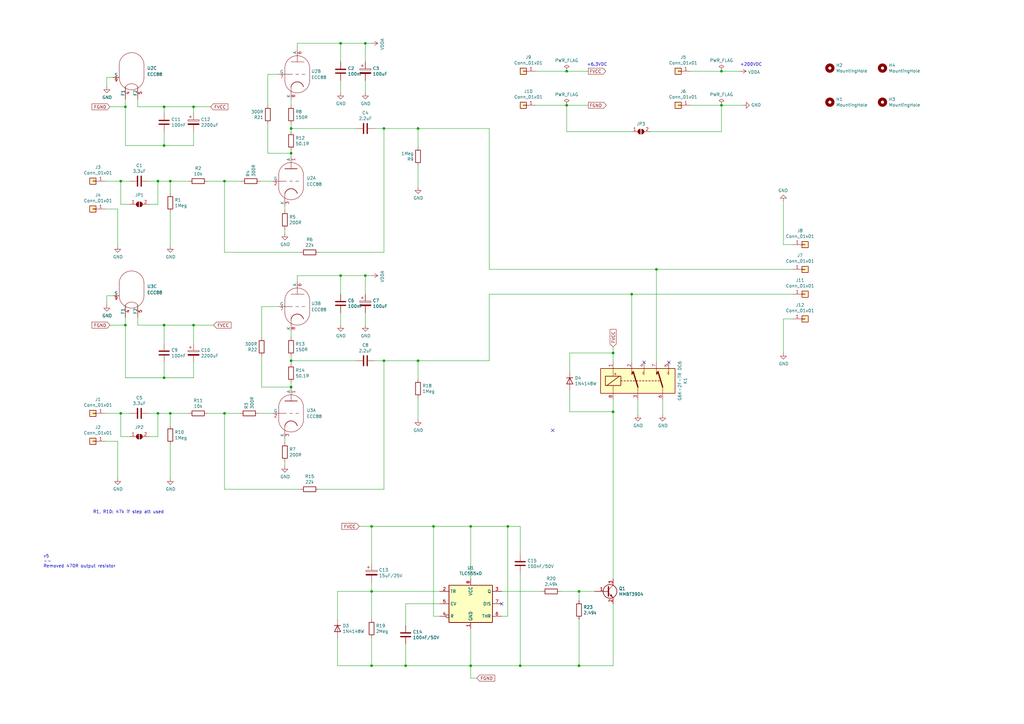
<source format=kicad_sch>
(kicad_sch (version 20230121) (generator eeschema)
  (paper "A3")
  (title_block (title "SRPP+ Pre-Amp ECC88/E88CC") (date "2023-09-24") (rev "V5"))
  (lib_symbols
    (symbol "Connector_Generic:Conn_01x01" (pin_names (offset 1.016) hide)
      (property "Reference" "J" (at 0 2.54 0))
      (property "Value" "Conn_01x01" (at 0 -2.54 0))
      (symbol "Conn_01x01_1_1"
        (rectangle (start -1.27 0.127) (end 0 -0.127) (stroke (width 0.1524)))
        (rectangle (start -1.27 1.27) (end 1.27 -1.27) (stroke (width 0.254)) (fill (type background)))
        (pin passive line (at -5.08 0 0) (length 3.81) (name "Pin_1") (number "1"))
      )
    )
    (symbol "Device:C" (pin_numbers hide) (pin_names (offset 0.254))
      (property "Reference" "C" (at 0.635 2.54 0))
      (property "Value" "C" (at 0.635 -2.54 0))
      (symbol "C_0_1"
        (polyline (pts (xy -2.032 -0.762) (xy 2.032 -0.762)) (stroke (width 0.508)))
        (polyline (pts (xy -2.032 0.762) (xy 2.032 0.762)) (stroke (width 0.508)))
      )
      (symbol "C_1_1"
        (pin passive line (at 0 3.81 270) (length 2.794) (name "~") (number "1"))
        (pin passive line (at 0 -3.81 90) (length 2.794) (name "~") (number "2"))
      )
    )
    (symbol "Device:C_Polarized" (pin_numbers hide) (pin_names (offset 0.254))
      (property "Reference" "C" (at 0.635 2.54 0))
      (property "Value" "C_Polarized" (at 0.635 -2.54 0))
      (symbol "C_Polarized_0_1"
        (rectangle (start -2.286 0.508) (end 2.286 1.016))
        (polyline (pts (xy -1.778 2.286) (xy -0.762 2.286)))
        (polyline (pts (xy -1.27 2.794) (xy -1.27 1.778)))
        (rectangle (start 2.286 -0.508) (end -2.286 -1.016) (fill (type outline)))
      )
      (symbol "C_Polarized_1_1"
        (pin passive line (at 0 3.81 270) (length 2.794) (name "~") (number "1"))
        (pin passive line (at 0 -3.81 90) (length 2.794) (name "~") (number "2"))
      )
    )
    (symbol "Device:R" (pin_numbers hide) (pin_names (offset 0))
      (property "Reference" "R" (at 2.032 0 90))
      (property "Value" "R" (at 0 0 90))
      (symbol "R_0_1"
        (rectangle (start -1.016 -2.54) (end 1.016 2.54) (stroke (width 0.254)))
      )
      (symbol "R_1_1"
        (pin passive line (at 0 3.81 270) (length 1.27) (name "~") (number "1"))
        (pin passive line (at 0 -3.81 90) (length 1.27) (name "~") (number "2"))
      )
    )
    (symbol "Diode:1N4148W" (pin_numbers hide) (pin_names (offset 1.016) hide)
      (property "Reference" "D" (at 0 2.54 0))
      (property "Value" "1N4148W" (at 0 -2.54 0))
      (symbol "1N4148W_0_1"
        (polyline (pts (xy -1.27 1.27) (xy -1.27 -1.27)) (stroke (width 0.254)))
        (polyline (pts (xy 1.27 0) (xy -1.27 0)))
        (polyline (pts (xy 1.27 1.27) (xy 1.27 -1.27) (xy -1.27 0) (xy 1.27 1.27)) (stroke (width 0.254)))
      )
      (symbol "1N4148W_1_1"
        (pin passive line (at -3.81 0 0) (length 2.54) (name "K") (number "1"))
        (pin passive line (at 3.81 0 180) (length 2.54) (name "A") (number "2"))
      )
    )
    (symbol "Jumper:SolderJumper_2_Open" (pin_names (offset 0) hide)
      (property "Reference" "JP" (at 0 2.032 0))
      (property "Value" "SolderJumper_2_Open" (at 0 -2.54 0))
      (symbol "SolderJumper_2_Open_0_1"
        (arc (start -0.254 1.016) (mid -1.2656 0) (end -0.254 -1.016))
        (arc (start -0.254 1.016) (mid -1.2656 0) (end -0.254 -1.016) (fill (type outline)))
        (polyline (pts (xy -0.254 1.016) (xy -0.254 -1.016)))
        (polyline (pts (xy 0.254 1.016) (xy 0.254 -1.016)))
        (arc (start 0.254 -1.016) (mid 1.2656 0) (end 0.254 1.016))
        (arc (start 0.254 -1.016) (mid 1.2656 0) (end 0.254 1.016) (fill (type outline)))
      )
      (symbol "SolderJumper_2_Open_1_1"
        (pin passive line (at -3.81 0 0) (length 2.54) (name "A") (number "1"))
        (pin passive line (at 3.81 0 180) (length 2.54) (name "B") (number "2"))
      )
    )
    (symbol "Mechanical:MountingHole" (pin_names (offset 1.016))
      (property "Reference" "H" (at 0 5.08 0))
      (property "Value" "MountingHole" (at 0 3.175 0))
      (symbol "MountingHole_0_1"
        (circle (center 0 0) (radius 1.27) (stroke (width 1.27)))
      )
    )
    (symbol "Relay:G6K-2"
      (property "Reference" "K" (at 16.51 3.81 0))
      (property "Value" "G6K-2" (at 16.51 1.27 0))
      (symbol "G6K-2_0_0"
        (text "+" (at -9.271 2.921 0) (effects (font (size 1.27 1.27))))
      )
      (symbol "G6K-2_0_1"
        (rectangle (start -15.24 5.08) (end 15.24 -5.08) (stroke (width 0.254)) (fill (type background)))
        (rectangle (start -13.335 1.905) (end -6.985 -1.905) (stroke (width 0.254)))
        (polyline (pts (xy -12.7 -1.905) (xy -7.62 1.905)) (stroke (width 0.254)))
        (polyline (pts (xy -10.16 -5.08) (xy -10.16 -1.905)))
        (polyline (pts (xy -10.16 5.08) (xy -10.16 1.905)))
        (polyline (pts (xy -6.985 0) (xy -6.35 0)) (stroke (width 0.254)))
        (polyline (pts (xy -5.715 0) (xy -5.08 0)) (stroke (width 0.254)))
        (polyline (pts (xy -4.445 0) (xy -3.81 0)) (stroke (width 0.254)))
        (polyline (pts (xy -3.175 0) (xy -2.54 0)) (stroke (width 0.254)))
        (polyline (pts (xy -1.905 0) (xy -1.27 0)) (stroke (width 0.254)))
        (polyline (pts (xy -0.635 0) (xy 0 0)) (stroke (width 0.254)))
        (polyline (pts (xy 0 -2.54) (xy -1.905 3.81)) (stroke (width 0.508)))
        (polyline (pts (xy 0 -2.54) (xy 0 -5.08)))
        (polyline (pts (xy 0.635 0) (xy 1.27 0)) (stroke (width 0.254)))
        (polyline (pts (xy 1.905 0) (xy 2.54 0)) (stroke (width 0.254)))
        (polyline (pts (xy 3.175 0) (xy 3.81 0)) (stroke (width 0.254)))
        (polyline (pts (xy 4.445 0) (xy 5.08 0)) (stroke (width 0.254)))
        (polyline (pts (xy 5.715 0) (xy 6.35 0)) (stroke (width 0.254)))
        (polyline (pts (xy 6.985 0) (xy 7.62 0)) (stroke (width 0.254)))
        (polyline (pts (xy 8.255 0) (xy 8.89 0)) (stroke (width 0.254)))
        (polyline (pts (xy 10.16 -2.54) (xy 8.255 3.81)) (stroke (width 0.508)))
        (polyline (pts (xy 10.16 -2.54) (xy 10.16 -5.08)))
        (polyline (pts (xy -2.54 5.08) (xy -2.54 2.54) (xy -1.905 3.175) (xy -2.54 3.81)) (fill (type outline)))
        (polyline (pts (xy 2.54 5.08) (xy 2.54 2.54) (xy 1.905 3.175) (xy 2.54 3.81)))
        (polyline (pts (xy 7.62 5.08) (xy 7.62 2.54) (xy 8.255 3.175) (xy 7.62 3.81)) (fill (type outline)))
        (polyline (pts (xy 12.7 5.08) (xy 12.7 2.54) (xy 12.065 3.175) (xy 12.7 3.81)))
      )
      (symbol "G6K-2_1_1"
        (pin passive line (at -10.16 7.62 270) (length 2.54) (name "~") (number "1"))
        (pin passive line (at -2.54 7.62 270) (length 2.54) (name "~") (number "2"))
        (pin passive line (at 0 -7.62 90) (length 2.54) (name "~") (number "3"))
        (pin passive line (at 2.54 7.62 270) (length 2.54) (name "~") (number "4"))
        (pin passive line (at 12.7 7.62 270) (length 2.54) (name "~") (number "5"))
        (pin passive line (at 10.16 -7.62 90) (length 2.54) (name "~") (number "6"))
        (pin passive line (at 7.62 7.62 270) (length 2.54) (name "~") (number "7"))
        (pin passive line (at -10.16 -7.62 90) (length 2.54) (name "~") (number "8"))
      )
    )
    (symbol "Timer:TLC555xD"
      (property "Reference" "U" (at -10.16 8.89 0))
      (property "Value" "TLC555xD" (at 2.54 8.89 0))
      (symbol "TLC555xD_0_0"
        (pin power_in line (at 0 -10.16 90) (length 2.54) (name "GND") (number "1"))
        (pin power_in line (at 0 10.16 270) (length 2.54) (name "VCC") (number "8"))
      )
      (symbol "TLC555xD_0_1"
        (rectangle (start -8.89 -7.62) (end 8.89 7.62) (stroke (width 0.254)) (fill (type background)))
        (rectangle (start -8.89 -7.62) (end 8.89 7.62) (stroke (width 0.254)) (fill (type background)))
      )
      (symbol "TLC555xD_1_1"
        (pin input line (at -12.7 5.08 0) (length 3.81) (name "TR") (number "2"))
        (pin output line (at 12.7 5.08 180) (length 3.81) (name "Q") (number "3"))
        (pin input inverted (at -12.7 -5.08 0) (length 3.81) (name "R") (number "4"))
        (pin input line (at -12.7 0 0) (length 3.81) (name "CV") (number "5"))
        (pin input line (at 12.7 -5.08 180) (length 3.81) (name "THR") (number "6"))
        (pin input line (at 12.7 0 180) (length 3.81) (name "DIS") (number "7"))
      )
    )
    (symbol "Transistor_BJT:MMBT3904" (pin_names (offset 0) hide)
      (property "Reference" "Q" (at 5.08 1.905 0))
      (property "Value" "MMBT3904" (at 5.08 0 0))
      (symbol "MMBT3904_0_1"
        (polyline (pts (xy 0.635 0.635) (xy 2.54 2.54)))
        (polyline (pts (xy 0.635 -0.635) (xy 2.54 -2.54) (xy 2.54 -2.54)))
        (polyline (pts (xy 0.635 1.905) (xy 0.635 -1.905) (xy 0.635 -1.905)) (stroke (width 0.508)))
        (polyline (pts (xy 1.27 -1.778) (xy 1.778 -1.27) (xy 2.286 -2.286) (xy 1.27 -1.778) (xy 1.27 -1.778)) (fill (type outline)))
        (circle (center 1.27 0) (radius 2.8194) (stroke (width 0.254)))
      )
      (symbol "MMBT3904_1_1"
        (pin input line (at -5.08 0 0) (length 5.715) (name "B") (number "1"))
        (pin passive line (at 2.54 -5.08 90) (length 2.54) (name "E") (number "2"))
        (pin passive line (at 2.54 5.08 270) (length 2.54) (name "C") (number "3"))
      )
    )
    (symbol "kicad-snk:ECC88-Shield" (pin_names (offset 0))
      (property "Reference" "U" (at 4.318 7.112 0))
      (property "Value" "ECC88-Shield" (at 5.08 -7.62 0))
      (symbol "ECC88-Shield_0_1"
        (arc (start -5.08 -2.54) (mid 0 -7.5979) (end 5.08 -2.54))
        (polyline (pts (xy -5.08 0) (xy -5.08 -2.54)))
        (polyline (pts (xy -5.08 2.54) (xy -5.08 0)))
        (polyline (pts (xy 5.08 2.54) (xy 5.08 -2.54)))
        (arc (start 5.08 2.54) (mid 0 7.5979) (end -5.08 2.54))
      )
      (symbol "ECC88-Shield_1_0"
        (polyline (pts (xy -2.54 -5.08) (xy -2.54 -7.62)))
        (polyline (pts (xy 0 5.08) (xy 0 7.62)))
      )
      (symbol "ECC88-Shield_1_1"
        (polyline (pts (xy -5.08 0) (xy -3.175 0)))
        (polyline (pts (xy -1.905 0) (xy -3.175 0)) (stroke (width 0.1524)))
        (polyline (pts (xy -0.635 0) (xy 0.635 0)) (stroke (width 0.1524)))
        (polyline (pts (xy 1.905 0) (xy 3.175 0)) (stroke (width 0.1524)))
        (polyline (pts (xy -2.54 5.08) (xy 2.54 5.08) (xy 2.54 5.08)) (stroke (width 0.254)))
        (arc (start 2.54 -5.08) (mid 0 -3.0968) (end -2.54 -5.08) (stroke (width 0.254)))
        (pin output line (at 0 10.16 270) (length 2.54) (name "A") (number "1"))
        (pin input line (at -7.62 0 0) (length 2.54) (name "G") (number "2"))
        (pin bidirectional line (at -2.54 -10.16 90) (length 2.54) (name "K") (number "3"))
      )
      (symbol "ECC88-Shield_2_0"
        (polyline (pts (xy -5.08 0) (xy -3.175 0)))
        (polyline (pts (xy -2.54 -5.08) (xy -2.54 -7.62)))
        (polyline (pts (xy -1.905 0) (xy -3.175 0)) (stroke (width 0.1524)))
        (polyline (pts (xy -0.635 0) (xy 0.635 0)) (stroke (width 0.1524)))
        (polyline (pts (xy 0 5.08) (xy 0 7.62)))
        (polyline (pts (xy 1.905 0) (xy 3.175 0)) (stroke (width 0.1524)))
        (polyline (pts (xy 2.794 5.08) (xy -2.54 5.08) (xy -2.54 5.08)) (stroke (width 0.1524)))
      )
      (symbol "ECC88-Shield_2_1"
        (arc (start 2.54 -5.08) (mid 0 -3.0968) (end -2.54 -5.08) (stroke (width 0.254)))
        (pin output line (at 0 10.16 270) (length 2.54) (name "A") (number "6"))
        (pin input line (at -7.62 0 0) (length 2.54) (name "G") (number "7"))
        (pin bidirectional line (at -2.54 -10.16 90) (length 2.54) (name "K") (number "8"))
      )
      (symbol "ECC88-Shield_3_1"
        (arc (start 2.54 -6.35) (mid 0 -5.1292) (end -2.54 -6.35))
        (pin power_in line (at -2.54 -11.43 90) (length 5.08) (name "F1") (number "4"))
        (pin power_in line (at 2.54 -11.43 90) (length 5.08) (name "F2") (number "5"))
        (pin passive line (at -7.62 -2.54 0) (length 2.54) (name "S") (number "9"))
      )
    )
    (symbol "power:GND" (power) (pin_names (offset 0))
      (property "Value" "GND" (at 0 -3.81 0))
      (symbol "GND_0_1"
        (polyline (pts (xy 0 0) (xy 0 -1.27) (xy 1.27 -1.27) (xy 0 -2.54) (xy -1.27 -1.27) (xy 0 -1.27)))
      )
      (symbol "GND_1_1"
        (pin power_in line (at 0 0 270) (length 0) hide (name "GND") (number "1"))
      )
    )
    (symbol "power:PWR_FLAG" (power) (pin_numbers hide) (pin_names (offset 0) hide)
      (property "Value" "PWR_FLAG" (at 0 3.81 0))
      (symbol "PWR_FLAG_0_0"
        (pin power_out line (at 0 0 90) (length 0) (name "pwr") (number "1"))
      )
      (symbol "PWR_FLAG_0_1"
        (polyline (pts (xy 0 0) (xy 0 1.27) (xy -1.016 1.905) (xy 0 2.54) (xy 1.016 1.905) (xy 0 1.27)))
      )
    )
    (symbol "power:VDDA" (power) (pin_names (offset 0))
      (property "Value" "VDDA" (at 0 3.81 0))
      (symbol "VDDA_0_1"
        (polyline (pts (xy -0.762 1.27) (xy 0 2.54)))
        (polyline (pts (xy 0 0) (xy 0 2.54)))
        (polyline (pts (xy 0 2.54) (xy 0.762 1.27)))
      )
      (symbol "VDDA_1_1"
        (pin power_in line (at 0 0 90) (length 0) hide (name "VDDA") (number "1"))
      )
    )
  )
  (junction (at 193.04 215.9))
  (junction (at 67.31 154.94))
  (junction (at 237.49 273.05))
  (junction (at 79.375 43.815))
  (junction (at 119.38 147.955))
  (junction (at 64.77 74.295))
  (junction (at 152.4 273.05))
  (junction (at 51.435 43.815))
  (junction (at 251.46 144.78))
  (junction (at 295.91 43.18))
  (junction (at 251.46 168.91))
  (junction (at 69.85 74.295))
  (junction (at 193.04 273.05))
  (junction (at 177.8 215.9))
  (junction (at 152.4 242.57))
  (junction (at 67.31 133.35))
  (junction (at 67.31 43.815))
  (junction (at 139.7 17.78))
  (junction (at 232.41 43.18))
  (junction (at 295.91 29.21))
  (junction (at 67.31 59.69))
  (junction (at 79.375 133.35))
  (junction (at 152.4 215.9))
  (junction (at 171.45 147.955))
  (junction (at 157.48 52.705))
  (junction (at 49.53 74.295))
  (junction (at 269.24 110.49))
  (junction (at 92.075 169.545))
  (junction (at 208.28 215.9))
  (junction (at 171.45 52.705))
  (junction (at 49.53 169.545))
  (junction (at 119.38 158.75))
  (junction (at 51.435 133.35))
  (junction (at 119.38 62.865))
  (junction (at 232.41 29.21))
  (junction (at 237.49 242.57))
  (junction (at 259.08 120.65))
  (junction (at 213.36 273.05))
  (junction (at 157.48 147.955))
  (junction (at 149.86 113.03))
  (junction (at 139.7 113.03))
  (junction (at 92.075 74.295))
  (junction (at 119.38 52.705))
  (junction (at 166.37 273.05))
  (junction (at 64.77 169.545))
  (junction (at 149.86 17.78))
  (junction (at 69.85 169.545))
  (no_connect (at 264.16 148.59))
  (no_connect (at 274.32 148.59))
  (no_connect (at 226.695 176.53))
  (no_connect (at 205.74 247.65))
  (wire (pts (xy 43.815 121.285) (xy 46.355 121.285)))
  (wire (pts (xy 232.41 53.975) (xy 232.41 43.18)))
  (wire (pts (xy 259.08 53.975) (xy 232.41 53.975)))
  (wire (pts (xy 157.48 52.705) (xy 153.67 52.705)))
  (wire (pts (xy 60.96 83.82) (xy 64.77 83.82)))
  (wire (pts (xy 49.53 169.545) (xy 53.34 169.545)))
  (wire (pts (xy 138.43 273.05) (xy 138.43 261.62)))
  (wire (pts (xy 208.28 252.73) (xy 208.28 215.9)))
  (wire (pts (xy 193.04 273.05) (xy 193.04 278.13)))
  (wire (pts (xy 92.075 169.545) (xy 98.425 169.545)))
  (wire (pts (xy 213.36 227.33) (xy 213.36 215.9)))
  (wire (pts (xy 233.68 152.4) (xy 233.68 144.78)))
  (wire (pts (xy 119.38 52.705) (xy 119.38 53.975)))
  (wire (pts (xy 85.09 169.545) (xy 92.075 169.545)))
  (wire (pts (xy 149.86 113.03) (xy 149.86 120.65)))
  (wire (pts (xy 213.36 273.05) (xy 193.04 273.05)))
  (wire (pts (xy 321.31 144.78) (xy 321.31 130.81)))
  (wire (pts (xy 106.68 74.295) (xy 111.76 74.295)))
  (wire (pts (xy 64.77 74.295) (xy 60.96 74.295)))
  (wire (pts (xy 139.7 17.78) (xy 149.86 17.78)))
  (wire (pts (xy 79.375 53.975) (xy 79.375 59.69)))
  (wire (pts (xy 213.36 234.95) (xy 213.36 273.05)))
  (wire (pts (xy 153.67 147.955) (xy 157.48 147.955)))
  (wire (pts (xy 119.38 62.865) (xy 119.38 64.135)))
  (wire (pts (xy 321.31 100.33) (xy 321.31 82.55)))
  (wire (pts (xy 321.31 130.81) (xy 325.12 130.81)))
  (wire (pts (xy 67.31 154.94) (xy 67.31 148.59)))
  (wire (pts (xy 139.7 38.1) (xy 139.7 33.02)))
  (wire (pts (xy 43.815 35.56) (xy 43.815 31.75)))
  (wire (pts (xy 109.855 30.48) (xy 114.3 30.48)))
  (wire (pts (xy 180.34 247.65) (xy 166.37 247.65)))
  (wire (pts (xy 237.49 273.05) (xy 213.36 273.05)))
  (wire (pts (xy 67.31 53.975) (xy 67.31 59.69)))
  (wire (pts (xy 69.85 169.545) (xy 64.77 169.545)))
  (wire (pts (xy 53.34 179.07) (xy 49.53 179.07)))
  (wire (pts (xy 157.48 147.955) (xy 157.48 200.66)))
  (wire (pts (xy 85.09 74.295) (xy 92.075 74.295)))
  (wire (pts (xy 51.435 154.94) (xy 67.31 154.94)))
  (wire (pts (xy 237.49 242.57) (xy 229.87 242.57)))
  (wire (pts (xy 116.84 189.23) (xy 116.84 191.135)))
  (wire (pts (xy 200.66 110.49) (xy 200.66 52.705)))
  (wire (pts (xy 92.075 74.295) (xy 99.06 74.295)))
  (wire (pts (xy 67.31 43.815) (xy 79.375 43.815)))
  (wire (pts (xy 219.71 43.18) (xy 232.41 43.18)))
  (wire (pts (xy 139.7 113.03) (xy 149.86 113.03)))
  (wire (pts (xy 266.7 53.975) (xy 295.91 53.975)))
  (wire (pts (xy 77.47 74.295) (xy 69.85 74.295)))
  (wire (pts (xy 139.7 120.65) (xy 139.7 113.03)))
  (wire (pts (xy 171.45 60.325) (xy 171.45 52.705)))
  (wire (pts (xy 149.86 133.35) (xy 149.86 128.27)))
  (wire (pts (xy 107.315 146.05) (xy 107.315 158.75)))
  (wire (pts (xy 51.435 43.815) (xy 51.435 59.69)))
  (wire (pts (xy 119.38 147.955) (xy 119.38 149.225)))
  (wire (pts (xy 121.92 115.57) (xy 121.92 113.03)))
  (wire (pts (xy 295.91 29.21) (xy 283.21 29.21)))
  (wire (pts (xy 195.58 278.13) (xy 193.04 278.13)))
  (wire (pts (xy 152.4 242.57) (xy 152.4 254)))
  (wire (pts (xy 177.8 252.73) (xy 177.8 215.9)))
  (wire (pts (xy 119.38 147.955) (xy 146.05 147.955)))
  (wire (pts (xy 193.04 257.81) (xy 193.04 273.05)))
  (wire (pts (xy 130.81 103.505) (xy 157.48 103.505)))
  (wire (pts (xy 64.77 179.07) (xy 64.77 169.545)))
  (wire (pts (xy 69.85 174.625) (xy 69.85 169.545)))
  (wire (pts (xy 303.53 29.21) (xy 295.91 29.21)))
  (wire (pts (xy 251.46 163.83) (xy 251.46 168.91)))
  (wire (pts (xy 251.46 144.78) (xy 251.46 142.24)))
  (wire (pts (xy 157.48 52.705) (xy 171.45 52.705)))
  (wire (pts (xy 79.375 140.97) (xy 79.375 133.35)))
  (wire (pts (xy 56.515 133.35) (xy 67.31 133.35)))
  (wire (pts (xy 243.84 242.57) (xy 237.49 242.57)))
  (wire (pts (xy 67.31 43.815) (xy 67.31 46.355)))
  (wire (pts (xy 119.105 147.955) (xy 119.38 147.955)))
  (wire (pts (xy 51.435 154.94) (xy 51.435 133.35)))
  (wire (pts (xy 51.435 133.35) (xy 51.435 130.175)))
  (wire (pts (xy 205.74 242.57) (xy 222.25 242.57)))
  (wire (pts (xy 45.085 133.35) (xy 51.435 133.35)))
  (wire (pts (xy 251.46 247.65) (xy 251.46 273.05)))
  (wire (pts (xy 233.68 168.91) (xy 251.46 168.91)))
  (wire (pts (xy 48.26 85.725) (xy 43.18 85.725)))
  (wire (pts (xy 200.66 120.65) (xy 259.08 120.65)))
  (wire (pts (xy 67.31 154.94) (xy 79.375 154.94)))
  (wire (pts (xy 138.43 242.57) (xy 138.43 254)))
  (wire (pts (xy 43.815 31.75) (xy 46.355 31.75)))
  (wire (pts (xy 149.86 113.03) (xy 152.4 113.03)))
  (wire (pts (xy 56.515 43.815) (xy 56.515 40.64)))
  (wire (pts (xy 49.53 83.82) (xy 49.53 74.295)))
  (wire (pts (xy 157.48 200.66) (xy 130.81 200.66)))
  (wire (pts (xy 119.38 40.64) (xy 119.38 43.18)))
  (wire (pts (xy 123.19 200.66) (xy 92.075 200.66)))
  (wire (pts (xy 149.86 17.78) (xy 152.4 17.78)))
  (wire (pts (xy 269.24 148.59) (xy 269.24 110.49)))
  (wire (pts (xy 106.045 169.545) (xy 111.76 169.545)))
  (wire (pts (xy 152.4 273.05) (xy 138.43 273.05)))
  (wire (pts (xy 171.45 67.945) (xy 171.45 76.835)))
  (wire (pts (xy 259.08 148.59) (xy 259.08 120.65)))
  (wire (pts (xy 213.36 215.9) (xy 208.28 215.9)))
  (wire (pts (xy 60.96 179.07) (xy 64.77 179.07)))
  (wire (pts (xy 237.49 246.38) (xy 237.49 242.57)))
  (wire (pts (xy 149.86 38.1) (xy 149.86 33.02)))
  (wire (pts (xy 114.3 125.73) (xy 107.315 125.73)))
  (wire (pts (xy 69.85 79.375) (xy 69.85 74.295)))
  (wire (pts (xy 69.85 100.965) (xy 69.85 86.995)))
  (wire (pts (xy 43.18 169.545) (xy 49.53 169.545)))
  (wire (pts (xy 121.92 113.03) (xy 139.7 113.03)))
  (wire (pts (xy 193.04 273.05) (xy 166.37 273.05)))
  (wire (pts (xy 107.315 158.75) (xy 119.38 158.75)))
  (wire (pts (xy 79.375 59.69) (xy 67.31 59.69)))
  (wire (pts (xy 283.21 43.18) (xy 295.91 43.18)))
  (wire (pts (xy 157.48 147.955) (xy 171.45 147.955)))
  (wire (pts (xy 116.84 84.455) (xy 116.84 86.36)))
  (wire (pts (xy 251.46 148.59) (xy 251.46 144.78)))
  (wire (pts (xy 171.45 155.575) (xy 171.45 147.955)))
  (wire (pts (xy 166.37 273.05) (xy 166.37 264.16)))
  (wire (pts (xy 116.84 93.98) (xy 116.84 95.885)))
  (wire (pts (xy 109.855 50.8) (xy 109.855 62.865)))
  (wire (pts (xy 232.41 29.21) (xy 241.3 29.21)))
  (wire (pts (xy 200.66 52.705) (xy 171.45 52.705)))
  (wire (pts (xy 109.855 62.865) (xy 119.38 62.865)))
  (wire (pts (xy 152.4 242.57) (xy 152.4 238.76)))
  (wire (pts (xy 121.92 20.32) (xy 121.92 17.78)))
  (wire (pts (xy 119.38 52.705) (xy 146.05 52.705)))
  (wire (pts (xy 43.18 74.295) (xy 49.53 74.295)))
  (wire (pts (xy 107.315 125.73) (xy 107.315 138.43)))
  (wire (pts (xy 295.91 43.18) (xy 304.8 43.18)))
  (wire (pts (xy 233.68 160.02) (xy 233.68 168.91)))
  (wire (pts (xy 139.7 25.4) (xy 139.7 17.78)))
  (wire (pts (xy 119.38 156.845) (xy 119.38 158.75)))
  (wire (pts (xy 69.85 196.215) (xy 69.85 182.245)))
  (wire (pts (xy 269.24 110.49) (xy 325.12 110.49)))
  (wire (pts (xy 259.08 120.65) (xy 325.12 120.65)))
  (wire (pts (xy 64.77 83.82) (xy 64.77 74.295)))
  (wire (pts (xy 48.26 100.965) (xy 48.26 85.725)))
  (wire (pts (xy 119.38 146.05) (xy 119.38 147.955)))
  (wire (pts (xy 157.48 52.705) (xy 157.48 103.505)))
  (wire (pts (xy 51.435 59.69) (xy 67.31 59.69)))
  (wire (pts (xy 56.515 43.815) (xy 67.31 43.815)))
  (wire (pts (xy 200.66 120.65) (xy 200.66 147.955)))
  (wire (pts (xy 49.53 74.295) (xy 53.34 74.295)))
  (wire (pts (xy 193.04 215.9) (xy 177.8 215.9)))
  (wire (pts (xy 152.4 231.14) (xy 152.4 215.9)))
  (wire (pts (xy 79.375 43.815) (xy 86.36 43.815)))
  (wire (pts (xy 251.46 168.91) (xy 251.46 237.49)))
  (wire (pts (xy 208.28 215.9) (xy 193.04 215.9)))
  (wire (pts (xy 180.34 242.57) (xy 152.4 242.57)))
  (wire (pts (xy 119.38 135.89) (xy 119.38 138.43)))
  (wire (pts (xy 48.26 180.975) (xy 43.18 180.975)))
  (wire (pts (xy 261.62 170.18) (xy 261.62 163.83)))
  (wire (pts (xy 232.41 29.21) (xy 219.71 29.21)))
  (wire (pts (xy 92.075 200.66) (xy 92.075 169.545)))
  (wire (pts (xy 67.31 133.35) (xy 79.375 133.35)))
  (wire (pts (xy 271.78 170.18) (xy 271.78 163.83)))
  (wire (pts (xy 166.37 273.05) (xy 152.4 273.05)))
  (wire (pts (xy 232.41 43.18) (xy 241.3 43.18)))
  (wire (pts (xy 233.68 144.78) (xy 251.46 144.78)))
  (wire (pts (xy 147.32 215.9) (xy 152.4 215.9)))
  (wire (pts (xy 51.435 43.815) (xy 51.435 40.64)))
  (wire (pts (xy 109.855 43.18) (xy 109.855 30.48)))
  (wire (pts (xy 92.075 103.505) (xy 92.075 74.295)))
  (wire (pts (xy 53.34 83.82) (xy 49.53 83.82)))
  (wire (pts (xy 149.86 17.78) (xy 149.86 25.4)))
  (wire (pts (xy 79.375 154.94) (xy 79.375 148.59)))
  (wire (pts (xy 251.46 273.05) (xy 237.49 273.05)))
  (wire (pts (xy 152.4 273.05) (xy 152.4 261.62)))
  (wire (pts (xy 79.375 133.35) (xy 87.63 133.35)))
  (wire (pts (xy 79.375 43.815) (xy 79.375 46.355)))
  (wire (pts (xy 152.4 215.9) (xy 177.8 215.9)))
  (wire (pts (xy 77.47 169.545) (xy 69.85 169.545)))
  (wire (pts (xy 295.91 53.975) (xy 295.91 43.18)))
  (wire (pts (xy 119.38 61.595) (xy 119.38 62.865)))
  (wire (pts (xy 48.26 196.215) (xy 48.26 180.975)))
  (wire (pts (xy 200.66 147.955) (xy 171.45 147.955)))
  (wire (pts (xy 171.45 172.085) (xy 171.45 163.195)))
  (wire (pts (xy 200.66 110.49) (xy 269.24 110.49)))
  (wire (pts (xy 152.4 242.57) (xy 138.43 242.57)))
  (wire (pts (xy 123.19 103.505) (xy 92.075 103.505)))
  (wire (pts (xy 64.77 169.545) (xy 60.96 169.545)))
  (wire (pts (xy 49.53 179.07) (xy 49.53 169.545)))
  (wire (pts (xy 45.085 43.815) (xy 51.435 43.815)))
  (wire (pts (xy 69.85 74.295) (xy 64.77 74.295)))
  (wire (pts (xy 205.74 252.73) (xy 208.28 252.73)))
  (wire (pts (xy 67.31 140.97) (xy 67.31 133.35)))
  (wire (pts (xy 119.38 50.8) (xy 119.38 52.705)))
  (wire (pts (xy 193.04 237.49) (xy 193.04 215.9)))
  (wire (pts (xy 119.38 158.75) (xy 119.38 159.385)))
  (wire (pts (xy 121.92 17.78) (xy 139.7 17.78)))
  (wire (pts (xy 43.815 125.095) (xy 43.815 121.285)))
  (wire (pts (xy 116.84 179.705) (xy 116.84 181.61)))
  (wire (pts (xy 325.12 100.33) (xy 321.31 100.33)))
  (wire (pts (xy 56.515 133.35) (xy 56.515 130.175)))
  (wire (pts (xy 180.34 252.73) (xy 177.8 252.73)))
  (wire (pts (xy 237.49 254) (xy 237.49 273.05)))
  (wire (pts (xy 139.7 133.35) (xy 139.7 128.27)))
  (wire (pts (xy 166.37 247.65) (xy 166.37 256.54)))
  (text "+6.3VDC" (at 240.665 27.305 0) (effects (font (size 1.27 1.27)) (justify left bottom)))
  (text "+200VDC" (at 303.53 27.305 0) (effects (font (size 1.27 1.27)) (justify left bottom)))
  (text "v5\n--\nRemoved 470R output resistor" (at 17.78 233.045 0) (effects (font (size 1.27 1.27)) (justify left bottom)))
  (text "R1, R10: 47k if step att used" (at 38.1 210.82 0) (effects (font (size 1.27 1.27)) (justify left bottom)))
  (global_label "FGND" (shape output) (at 241.3 43.18 0) (property "Intersheetrefs" "${INTERSHEET_REFS}" (effects hide)))
  (global_label "FVCC" (shape output) (at 241.3 29.21 0) (property "Intersheetrefs" "${INTERSHEET_REFS}" (effects hide)))
  (global_label "FVCC" (shape input) (at 147.32 215.9 180) (property "Intersheetrefs" "${INTERSHEET_REFS}" (effects hide)))
  (global_label "FGND" (shape input) (at 45.085 133.35 180) (property "Intersheetrefs" "${INTERSHEET_REFS}" (effects hide)))
  (global_label "FGND" (shape input) (at 195.58 278.13 0) (property "Intersheetrefs" "${INTERSHEET_REFS}" (effects hide)))
  (global_label "FGND" (shape input) (at 45.085 43.815 180) (property "Intersheetrefs" "${INTERSHEET_REFS}" (effects hide)))
  (global_label "FVCC" (shape input) (at 251.46 142.24 90) (property "Intersheetrefs" "${INTERSHEET_REFS}" (effects hide)))
  (global_label "FVCC" (shape input) (at 86.36 43.815 0) (property "Intersheetrefs" "${INTERSHEET_REFS}" (effects hide)))
  (global_label "FVCC" (shape input) (at 87.63 133.35 0) (property "Intersheetrefs" "${INTERSHEET_REFS}" (effects hide)))
  (symbol (lib_id "Device:R") (at 81.28 74.295 270) (unit 1)
    (property "Reference" "R2" (at 81.28 69.0372 90))
    (property "Value" "10k" (at 81.28 71.3486 90))
    (property "Footprint" "Resistor_SMD:R_MELF_MMB-0207" (effects hide))
  )
  (symbol (lib_id "Device:R") (at 69.85 83.185 0) (unit 1)
    (property "Reference" "R1" (at 71.628 82.0166 0) (effects (justify left)))
    (property "Value" "1Meg" (at 71.628 84.328 0) (effects (justify left)))
    (property "Footprint" "Resistor_SMD:R_MELF_MMB-0207" (effects hide))
  )
  (symbol (lib_id "Connector_Generic:Conn_01x01") (at 38.1 74.295 180) (unit 1)
    (property "Reference" "J3" (at 40.1828 68.58 0))
    (property "Value" "Conn_01x01" (at 40.1828 70.8914 0))
    (property "Footprint" "Connector_Pin:Pin_D1.0mm_L10.0mm" (effects hide))
  )
  (symbol (lib_id "Connector_Generic:Conn_01x01") (at 38.1 85.725 180) (unit 1)
    (property "Reference" "J4" (at 40.1828 80.01 0))
    (property "Value" "Conn_01x01" (at 40.1828 82.3214 0))
    (property "Footprint" "Connector_Pin:Pin_D1.0mm_L10.0mm" (effects hide))
  )
  (symbol (lib_id "Connector_Generic:Conn_01x01") (at 278.13 29.21 180) (unit 1)
    (property "Reference" "J5" (at 280.2128 23.495 0))
    (property "Value" "Conn_01x01" (at 280.2128 25.8064 0))
    (property "Footprint" "Connector_Pin:Pin_D1.3mm_L11.0mm" (effects hide))
  )
  (symbol (lib_id "Connector_Generic:Conn_01x01") (at 278.13 43.18 180) (unit 1)
    (property "Reference" "J6" (at 280.2128 37.465 0))
    (property "Value" "Conn_01x01" (at 280.2128 39.7764 0))
    (property "Footprint" "Connector_Pin:Pin_D1.3mm_L11.0mm" (effects hide))
  )
  (symbol (lib_id "Device:C") (at 57.15 74.295 270) (unit 1)
    (property "Reference" "C1" (at 57.15 67.8942 90))
    (property "Value" "3.3uF" (at 57.15 70.2056 90))
    (property "Footprint" "Capacitor_THT:C_Rect_L7.2mm_W7.2mm_P5.00mm_FKS2_FKP2_MKS2_MKP2" (effects hide))
  )
  (symbol (lib_id "Mechanical:MountingHole") (at 340.36 27.94 0) (unit 1)
    (property "Reference" "H2" (at 342.9 26.7716 0) (effects (justify left)))
    (property "Value" "MountingHole" (at 342.9 29.083 0) (effects (justify left)))
    (property "Footprint" "MountingHole:MountingHole_3.2mm_M3" (effects hide))
  )
  (symbol (lib_id "Mechanical:MountingHole") (at 361.95 27.94 0) (unit 1)
    (property "Reference" "H4" (at 364.49 26.7716 0) (effects (justify left)))
    (property "Value" "MountingHole" (at 364.49 29.083 0) (effects (justify left)))
    (property "Footprint" "MountingHole:MountingHole_3.2mm_M3" (effects hide))
  )
  (symbol (lib_id "Mechanical:MountingHole") (at 340.36 41.91 0) (unit 1)
    (property "Reference" "H1" (at 342.9 40.7416 0) (effects (justify left)))
    (property "Value" "MountingHole" (at 342.9 43.053 0) (effects (justify left)))
    (property "Footprint" "MountingHole:MountingHole_3.2mm_M3" (effects hide))
  )
  (symbol (lib_id "Mechanical:MountingHole") (at 361.95 41.91 0) (unit 1)
    (property "Reference" "H3" (at 364.49 40.7416 0) (effects (justify left)))
    (property "Value" "MountingHole" (at 364.49 43.053 0) (effects (justify left)))
    (property "Footprint" "MountingHole:MountingHole_3.2mm_M3" (effects hide))
  )
  (symbol (lib_id "power:PWR_FLAG") (at 295.91 29.21 0) (unit 1)
    (property "Reference" "#FLG04" (effects hide))
    (property "Value" "PWR_FLAG" (at 295.91 24.8158 0))
  )
  (symbol (lib_id "power:GND") (at 304.8 43.18 90) (unit 1)
    (property "Reference" "#PWR05" (effects hide))
    (property "Value" "GND" (at 308.0512 43.053 90) (effects (justify right)))
  )
  (symbol (lib_id "power:PWR_FLAG") (at 295.91 43.18 0) (unit 1)
    (property "Reference" "#FLG03" (effects hide))
    (property "Value" "PWR_FLAG" (at 295.91 38.7858 0))
  )
  (symbol (lib_id "power:VDDA") (at 303.53 29.21 270) (unit 1)
    (property "Reference" "#PWR07" (effects hide))
    (property "Value" "VDDA" (at 306.7812 29.591 90) (effects (justify left)))
  )
  (symbol (lib_id "Device:C_Polarized") (at 149.86 29.21 0) (unit 1)
    (property "Reference" "C3" (at 152.8572 28.0416 0) (effects (justify left)))
    (property "Value" "100uF" (at 152.8572 30.353 0) (effects (justify left)))
    (property "Footprint" "Capacitor_THT:CP_Radial_D18.0mm_P7.50mm" (effects hide))
  )
  (symbol (lib_id "Device:C") (at 139.7 29.21 0) (unit 1)
    (property "Reference" "C2" (at 142.621 28.0416 0) (effects (justify left)))
    (property "Value" "100nF" (at 142.621 30.353 0) (effects (justify left)))
    (property "Footprint" "Capacitor_THT:C_Rect_L16.5mm_W5.0mm_P15.00mm_MKT" (effects hide))
  )
  (symbol (lib_id "Device:R") (at 171.45 64.135 180) (unit 1)
    (property "Reference" "R9" (at 169.672 65.3034 0) (effects (justify left)))
    (property "Value" "1Meg" (at 169.672 62.992 0) (effects (justify left)))
    (property "Footprint" "Resistor_SMD:R_MELF_MMB-0207" (effects hide))
  )
  (symbol (lib_id "Device:C") (at 149.86 52.705 270) (unit 1)
    (property "Reference" "C4" (at 149.86 46.3042 90))
    (property "Value" "2.2uF" (at 149.86 48.6156 90))
    (property "Footprint" "Capacitor_THT:C_Rect_L31.5mm_W11.0mm_P27.50mm_MKS4" (effects hide))
  )
  (symbol (lib_id "Device:R") (at 127 103.505 270) (unit 1)
    (property "Reference" "R6" (at 127 98.2472 90))
    (property "Value" "22k" (at 127 100.5586 90))
    (property "Footprint" "Resistor_SMD:R_MELF_MMB-0207" (effects hide))
  )
  (symbol (lib_id "Connector_Generic:Conn_01x01") (at 330.2 110.49 0) (mirror x) (unit 1)
    (property "Reference" "J7" (at 328.1172 104.775 0))
    (property "Value" "Conn_01x01" (at 328.1172 107.0864 0))
    (property "Footprint" "Connector_Pin:Pin_D1.0mm_L10.0mm" (effects hide))
  )
  (symbol (lib_id "Connector_Generic:Conn_01x01") (at 330.2 100.33 0) (mirror x) (unit 1)
    (property "Reference" "J8" (at 328.1172 94.615 0))
    (property "Value" "Conn_01x01" (at 328.1172 96.9264 0))
    (property "Footprint" "Connector_Pin:Pin_D1.0mm_L10.0mm" (effects hide))
  )
  (symbol (lib_id "power:GND") (at 149.86 38.1 0) (unit 1)
    (property "Reference" "#PWR014" (effects hide))
    (property "Value" "GND" (at 149.987 42.4942 0))
  )
  (symbol (lib_id "power:GND") (at 139.7 38.1 0) (unit 1)
    (property "Reference" "#PWR011" (effects hide))
    (property "Value" "GND" (at 139.827 42.4942 0))
  )
  (symbol (lib_id "power:GND") (at 69.85 100.965 0) (unit 1)
    (property "Reference" "#PWR04" (effects hide))
    (property "Value" "GND" (at 69.977 105.3592 0))
  )
  (symbol (lib_id "power:GND") (at 48.26 100.965 0) (unit 1)
    (property "Reference" "#PWR03" (effects hide))
    (property "Value" "GND" (at 48.387 105.3592 0))
  )
  (symbol (lib_id "power:VDDA") (at 152.4 17.78 270) (unit 1)
    (property "Reference" "#PWR013" (effects hide))
    (property "Value" "VDDA" (at 156.7942 18.161 0))
  )
  (symbol (lib_id "Connector_Generic:Conn_01x01") (at 214.63 29.21 180) (unit 1)
    (property "Reference" "J9" (at 216.7128 23.495 0))
    (property "Value" "Conn_01x01" (at 216.7128 25.8064 0))
    (property "Footprint" "Connector_Pin:Pin_D1.3mm_L11.0mm" (effects hide))
  )
  (symbol (lib_id "Connector_Generic:Conn_01x01") (at 214.63 43.18 180) (unit 1)
    (property "Reference" "J10" (at 216.7128 37.465 0))
    (property "Value" "Conn_01x01" (at 216.7128 39.7764 0))
    (property "Footprint" "Connector_Pin:Pin_D1.3mm_L11.0mm" (effects hide))
  )
  (symbol (lib_id "power:PWR_FLAG") (at 232.41 29.21 0) (unit 1)
    (property "Reference" "#FLG01" (effects hide))
    (property "Value" "PWR_FLAG" (at 232.41 24.8158 0))
  )
  (symbol (lib_id "power:PWR_FLAG") (at 232.41 43.18 0) (unit 1)
    (property "Reference" "#FLG02" (effects hide))
    (property "Value" "PWR_FLAG" (at 232.41 38.7858 0))
  )
  (symbol (lib_id "Device:R") (at 81.28 169.545 270) (unit 1)
    (property "Reference" "R11" (at 81.28 164.2872 90))
    (property "Value" "10k" (at 81.28 166.5986 90))
    (property "Footprint" "Resistor_SMD:R_MELF_MMB-0207" (effects hide))
  )
  (symbol (lib_id "Device:R") (at 69.85 178.435 0) (unit 1)
    (property "Reference" "R10" (at 71.628 177.2666 0) (effects (justify left)))
    (property "Value" "1Meg" (at 71.628 179.578 0) (effects (justify left)))
    (property "Footprint" "Resistor_SMD:R_MELF_MMB-0207" (effects hide))
  )
  (symbol (lib_id "Connector_Generic:Conn_01x01") (at 38.1 169.545 180) (unit 1)
    (property "Reference" "J1" (at 40.1828 163.83 0))
    (property "Value" "Conn_01x01" (at 40.1828 166.1414 0))
    (property "Footprint" "Connector_Pin:Pin_D1.0mm_L10.0mm" (effects hide))
  )
  (symbol (lib_id "Connector_Generic:Conn_01x01") (at 38.1 180.975 180) (unit 1)
    (property "Reference" "J2" (at 40.1828 175.26 0))
    (property "Value" "Conn_01x01" (at 40.1828 177.5714 0))
    (property "Footprint" "Connector_Pin:Pin_D1.0mm_L10.0mm" (effects hide))
  )
  (symbol (lib_id "Device:C") (at 57.15 169.545 270) (unit 1)
    (property "Reference" "C5" (at 57.15 163.1442 90))
    (property "Value" "3.3uF" (at 57.15 165.4556 90))
    (property "Footprint" "Capacitor_THT:C_Rect_L7.2mm_W7.2mm_P5.00mm_FKS2_FKP2_MKS2_MKP2" (effects hide))
  )
  (symbol (lib_id "Device:C_Polarized") (at 149.86 124.46 0) (unit 1)
    (property "Reference" "C7" (at 152.8572 123.2916 0) (effects (justify left)))
    (property "Value" "100uF" (at 152.8572 125.603 0) (effects (justify left)))
    (property "Footprint" "Capacitor_THT:CP_Radial_D18.0mm_P7.50mm" (effects hide))
  )
  (symbol (lib_id "Device:C") (at 139.7 124.46 0) (unit 1)
    (property "Reference" "C6" (at 142.621 123.2916 0) (effects (justify left)))
    (property "Value" "100nF" (at 142.621 125.603 0) (effects (justify left)))
    (property "Footprint" "Capacitor_THT:C_Rect_L16.5mm_W5.0mm_P15.00mm_MKT" (effects hide))
  )
  (symbol (lib_id "Device:R") (at 171.45 159.385 0) (unit 1)
    (property "Reference" "R18" (at 173.228 158.2166 0) (effects (justify left)))
    (property "Value" "1Meg" (at 173.228 160.528 0) (effects (justify left)))
    (property "Footprint" "Resistor_SMD:R_MELF_MMB-0207" (effects hide))
  )
  (symbol (lib_id "Device:C") (at 149.86 147.955 270) (unit 1)
    (property "Reference" "C8" (at 149.86 141.5542 90))
    (property "Value" "2.2uF" (at 149.86 143.8656 90))
    (property "Footprint" "Capacitor_THT:C_Rect_L31.5mm_W11.0mm_P27.50mm_MKS4" (effects hide))
  )
  (symbol (lib_id "Device:R") (at 127 200.66 270) (unit 1)
    (property "Reference" "R15" (at 127 195.4022 90))
    (property "Value" "22k" (at 127 197.7136 90))
    (property "Footprint" "Resistor_SMD:R_MELF_MMB-0207" (effects hide))
  )
  (symbol (lib_id "Connector_Generic:Conn_01x01") (at 330.2 120.65 0) (mirror x) (unit 1)
    (property "Reference" "J11" (at 328.1172 114.935 0))
    (property "Value" "Conn_01x01" (at 328.1172 117.2464 0))
    (property "Footprint" "Connector_Pin:Pin_D1.0mm_L10.0mm" (effects hide))
  )
  (symbol (lib_id "Connector_Generic:Conn_01x01") (at 330.2 130.81 0) (mirror x) (unit 1)
    (property "Reference" "J12" (at 328.1172 125.095 0))
    (property "Value" "Conn_01x01" (at 328.1172 127.4064 0))
    (property "Footprint" "Connector_Pin:Pin_D1.0mm_L10.0mm" (effects hide))
  )
  (symbol (lib_id "power:GND") (at 321.31 144.78 0) (unit 1)
    (property "Reference" "#PWR028" (effects hide))
    (property "Value" "GND" (at 321.437 149.1742 0))
  )
  (symbol (lib_id "power:GND") (at 149.86 133.35 0) (unit 1)
    (property "Reference" "#PWR026" (effects hide))
    (property "Value" "GND" (at 149.987 137.7442 0))
  )
  (symbol (lib_id "power:GND") (at 139.7 133.35 0) (unit 1)
    (property "Reference" "#PWR023" (effects hide))
    (property "Value" "GND" (at 139.827 137.7442 0))
  )
  (symbol (lib_id "power:GND") (at 69.85 196.215 0) (unit 1)
    (property "Reference" "#PWR017" (effects hide))
    (property "Value" "GND" (at 69.977 200.6092 0))
  )
  (symbol (lib_id "power:GND") (at 48.26 196.215 0) (unit 1)
    (property "Reference" "#PWR02" (effects hide))
    (property "Value" "GND" (at 48.387 200.6092 0))
  )
  (symbol (lib_id "power:VDDA") (at 152.4 113.03 270) (unit 1)
    (property "Reference" "#PWR025" (effects hide))
    (property "Value" "VDDA" (at 156.7942 113.411 0))
  )
  (symbol (lib_id "Device:C_Polarized") (at 79.375 144.78 0) (unit 1)
    (property "Reference" "C10" (at 82.3722 143.6116 0) (effects (justify left)))
    (property "Value" "2200uF" (at 82.3722 145.923 0) (effects (justify left)))
    (property "Footprint" "Capacitor_THT:CP_Radial_D16.0mm_P7.50mm" (effects hide))
  )
  (symbol (lib_id "Device:C") (at 67.31 144.78 0) (unit 1)
    (property "Reference" "C9" (at 70.231 143.6116 0) (effects (justify left)))
    (property "Value" "100nF" (at 70.231 145.923 0) (effects (justify left)))
    (property "Footprint" "Capacitor_THT:C_Rect_L7.2mm_W2.5mm_P5.00mm_FKS2_FKP2_MKS2_MKP2" (effects hide))
  )
  (symbol (lib_id "Device:C_Polarized") (at 79.375 50.165 0) (unit 1)
    (property "Reference" "C12" (at 82.3722 48.9966 0) (effects (justify left)))
    (property "Value" "2200uF" (at 82.3722 51.308 0) (effects (justify left)))
    (property "Footprint" "Capacitor_THT:CP_Radial_D16.0mm_P7.50mm" (effects hide))
  )
  (symbol (lib_id "Device:C") (at 67.31 50.165 0) (unit 1)
    (property "Reference" "C11" (at 70.231 48.9966 0) (effects (justify left)))
    (property "Value" "100nF" (at 70.231 51.308 0) (effects (justify left)))
    (property "Footprint" "Capacitor_THT:C_Rect_L7.2mm_W2.5mm_P5.00mm_FKS2_FKP2_MKS2_MKP2" (effects hide))
  )
  (symbol (lib_id "Relay:G6K-2") (at 261.62 156.21 0) (unit 1)
    (property "Reference" "K1" (at 281.1018 156.21 90))
    (property "Value" "G6K-2F-TR DC6" (at 278.7904 156.21 90))
    (property "Footprint" "Relay_SMD:Relay_DPDT_Omron_G6K-2F" (effects hide))
    (property "Datasheet" "http://omronfs.omron.com/en_US/ecb/products/pdf/en-g6k.pdf" (effects hide))
  )
  (symbol (lib_id "Diode:1N4148W") (at 233.68 156.21 270) (unit 1)
    (property "Reference" "D4" (at 235.712 155.0416 90) (effects (justify left)))
    (property "Value" "1N4148W" (at 235.712 157.353 90) (effects (justify left)))
    (property "Footprint" "Diode_SMD:D_SOD-123" (effects hide))
    (property "Datasheet" "https://www.vishay.com/docs/85748/1n4148w.pdf" (effects hide))
  )
  (symbol (lib_id "Transistor_BJT:MMBT3904") (at 248.92 242.57 0) (unit 1)
    (property "Reference" "Q1" (at 253.7714 241.4016 0) (effects (justify left)))
    (property "Value" "MMBT3904" (at 253.7714 243.713 0) (effects (justify left)))
    (property "Footprint" "Package_TO_SOT_SMD:SOT-23" (effects hide))
    (property "Datasheet" "https://www.onsemi.com/pub/Collateral/2N3903-D.PDF" (effects hide))
  )
  (symbol (lib_id "Device:R") (at 237.49 250.19 0) (unit 1)
    (property "Reference" "R23" (at 239.268 249.0216 0) (effects (justify left)))
    (property "Value" "2.49k" (at 239.268 251.333 0) (effects (justify left)))
    (property "Footprint" "Resistor_SMD:R_0805_2012Metric_Pad1.20x1.40mm_HandSolder" (effects hide))
  )
  (symbol (lib_id "Device:R") (at 226.06 242.57 270) (unit 1)
    (property "Reference" "R20" (at 226.06 237.3122 90))
    (property "Value" "2.49k" (at 226.06 239.6236 90))
    (property "Footprint" "Resistor_SMD:R_0805_2012Metric_Pad1.20x1.40mm_HandSolder" (effects hide))
  )
  (symbol (lib_id "Timer:TLC555xD") (at 193.04 247.65 0) (unit 1)
    (property "Reference" "U1" (at 193.04 232.8926 0))
    (property "Value" "TLC555xD" (at 193.04 235.204 0))
    (property "Footprint" "Package_SO:SOIC-8_3.9x4.9mm_P1.27mm" (effects hide))
    (property "Datasheet" "http://www.ti.com/lit/ds/symlink/tlc555.pdf" (effects hide))
  )
  (symbol (lib_id "Device:C") (at 213.36 231.14 0) (unit 1)
    (property "Reference" "C15" (at 216.281 229.9716 0) (effects (justify left)))
    (property "Value" "100nF/50V" (at 216.281 232.283 0) (effects (justify left)))
    (property "Footprint" "Capacitor_SMD:C_0805_2012Metric_Pad1.18x1.45mm_HandSolder" (effects hide))
  )
  (symbol (lib_id "Device:C") (at 166.37 260.35 0) (unit 1)
    (property "Reference" "C14" (at 169.291 259.1816 0) (effects (justify left)))
    (property "Value" "100nF/50V" (at 169.291 261.493 0) (effects (justify left)))
    (property "Footprint" "Capacitor_SMD:C_0805_2012Metric_Pad1.18x1.45mm_HandSolder" (effects hide))
  )
  (symbol (lib_id "Device:C_Polarized") (at 152.4 234.95 0) (unit 1)
    (property "Reference" "C13" (at 155.3972 233.7816 0) (effects (justify left)))
    (property "Value" "15uF/25V" (at 155.3972 236.093 0) (effects (justify left)))
    (property "Footprint" "Capacitor_Tantalum_SMD:CP_EIA-3216-12_Kemet-S_Pad1.58x1.35mm_HandSolder" (effects hide))
  )
  (symbol (lib_id "Device:R") (at 152.4 257.81 0) (unit 1)
    (property "Reference" "R19" (at 154.178 256.6416 0) (effects (justify left)))
    (property "Value" "2Meg" (at 154.178 258.953 0) (effects (justify left)))
    (property "Footprint" "Resistor_SMD:R_0805_2012Metric_Pad1.20x1.40mm_HandSolder" (effects hide))
  )
  (symbol (lib_id "Diode:1N4148W") (at 138.43 257.81 270) (unit 1)
    (property "Reference" "D3" (at 140.462 256.6416 90) (effects (justify left)))
    (property "Value" "1N4148W" (at 140.462 258.953 90) (effects (justify left)))
    (property "Footprint" "Diode_SMD:D_SOD-123" (effects hide))
    (property "Datasheet" "https://www.vishay.com/docs/85748/1n4148w.pdf" (effects hide))
  )
  (symbol (lib_id "power:GND") (at 321.31 82.55 180) (unit 1)
    (property "Reference" "#PWR0102" (effects hide))
    (property "Value" "GND" (at 321.183 78.1558 0))
  )
  (symbol (lib_id "power:GND") (at 261.62 170.18 0) (unit 1)
    (property "Reference" "#PWR0106" (effects hide))
    (property "Value" "GND" (at 261.747 174.5742 0))
  )
  (symbol (lib_id "power:GND") (at 271.78 170.18 0) (unit 1)
    (property "Reference" "#PWR0107" (effects hide))
    (property "Value" "GND" (at 271.907 174.5742 0))
  )
  (symbol (lib_id "power:GND") (at 171.45 76.835 0) (unit 1)
    (property "Reference" "#PWR0104" (effects hide))
    (property "Value" "GND" (at 171.577 81.2292 0))
  )
  (symbol (lib_id "power:GND") (at 171.45 172.085 0) (unit 1)
    (property "Reference" "#PWR0105" (effects hide))
    (property "Value" "GND" (at 171.577 176.4792 0))
  )
  (symbol (lib_id "kicad-snk:ECC88-Shield") (at 53.975 118.745 0) (unit 3)
    (property "Reference" "U3" (at 60.325 117.4749 0) (effects (justify left)))
    (property "Value" "ECC88" (at 60.325 120.0149 0) (effects (justify left)))
    (property "Footprint" "w_vacuum:socket_gzc9-b" (effects hide))
    (property "Datasheet" "http://www.r-type.org/pdfs/ecc88.pdf" (effects hide))
  )
  (symbol (lib_id "Device:R") (at 102.235 169.545 90) (unit 1)
    (property "Reference" "R3" (at 101.0666 167.767 0) (effects (justify left)))
    (property "Value" "300R" (at 103.378 167.767 0) (effects (justify left)))
    (property "Footprint" "Resistor_SMD:R_MELF_MMB-0207" (effects hide))
  )
  (symbol (lib_id "Device:R") (at 102.87 74.295 90) (unit 1)
    (property "Reference" "R4" (at 101.7016 72.517 0) (effects (justify left)))
    (property "Value" "300R" (at 104.013 72.517 0) (effects (justify left)))
    (property "Footprint" "Resistor_SMD:R_MELF_MMB-0207" (effects hide))
  )
  (symbol (lib_id "power:GND") (at 116.84 191.135 0) (unit 1)
    (property "Reference" "#PWR0101" (effects hide))
    (property "Value" "GND" (at 116.967 195.5292 0))
  )
  (symbol (lib_id "kicad-snk:ECC88-Shield") (at 119.38 74.295 0) (unit 1)
    (property "Reference" "U2" (at 125.73 73.0249 0) (effects (justify left)))
    (property "Value" "ECC88" (at 125.73 75.5649 0) (effects (justify left)))
    (property "Footprint" "w_vacuum:socket_gzc9-b" (effects hide))
    (property "Datasheet" "http://www.r-type.org/pdfs/ecc88.pdf" (effects hide))
  )
  (symbol (lib_id "Device:R") (at 116.84 90.17 0) (unit 1)
    (property "Reference" "R5" (at 118.618 89.0016 0) (effects (justify left)))
    (property "Value" "200R" (at 118.618 91.313 0) (effects (justify left)))
    (property "Footprint" "Resistor_SMD:R_MELF_MMB-0207" (effects hide))
  )
  (symbol (lib_id "power:GND") (at 43.815 35.56 0) (unit 1)
    (property "Reference" "#PWR0109" (effects hide))
    (property "Value" "GND" (at 43.942 39.9542 0))
  )
  (symbol (lib_id "kicad-snk:ECC88-Shield") (at 121.92 30.48 0) (unit 2)
    (property "Reference" "U2" (at 127.635 29.2099 0) (effects (justify left)))
    (property "Value" "ECC88" (at 127.635 31.7499 0) (effects (justify left)))
    (property "Footprint" "w_vacuum:socket_gzc9-b" (effects hide))
    (property "Datasheet" "http://www.r-type.org/pdfs/ecc88.pdf" (effects hide))
  )
  (symbol (lib_id "Device:R") (at 119.38 142.24 0) (unit 1)
    (property "Reference" "R13" (at 121.158 141.0716 0) (effects (justify left)))
    (property "Value" "150R" (at 121.158 143.383 0) (effects (justify left)))
    (property "Footprint" "Resistor_SMD:R_MELF_MMB-0207" (effects hide))
  )
  (symbol (lib_id "Device:R") (at 116.84 185.42 0) (unit 1)
    (property "Reference" "R7" (at 118.618 184.2516 0) (effects (justify left)))
    (property "Value" "200R" (at 118.618 186.563 0) (effects (justify left)))
    (property "Footprint" "Resistor_SMD:R_MELF_MMB-0207" (effects hide))
  )
  (symbol (lib_id "power:GND") (at 43.815 125.095 0) (unit 1)
    (property "Reference" "#PWR0108" (effects hide))
    (property "Value" "GND" (at 43.942 129.4892 0))
  )
  (symbol (lib_id "kicad-snk:ECC88-Shield") (at 53.975 29.21 0) (unit 3)
    (property "Reference" "U2" (at 60.325 27.9399 0) (effects (justify left)))
    (property "Value" "ECC88" (at 60.325 30.4799 0) (effects (justify left)))
    (property "Footprint" "w_vacuum:socket_gzc9-b" (effects hide))
    (property "Datasheet" "http://www.r-type.org/pdfs/ecc88.pdf" (effects hide))
  )
  (symbol (lib_id "Device:R") (at 119.38 153.035 0) (unit 1)
    (property "Reference" "R14" (at 121.158 151.8666 0) (effects (justify left)))
    (property "Value" "50.1R" (at 121.158 154.178 0) (effects (justify left)))
    (property "Footprint" "Resistor_SMD:R_MELF_MMB-0207" (effects hide))
  )
  (symbol (lib_id "Device:R") (at 109.855 46.99 180) (unit 1)
    (property "Reference" "R21" (at 108.077 48.1584 0) (effects (justify left)))
    (property "Value" "300R" (at 108.077 45.847 0) (effects (justify left)))
    (property "Footprint" "Resistor_SMD:R_MELF_MMB-0207" (effects hide))
  )
  (symbol (lib_id "Device:R") (at 119.38 46.99 0) (unit 1)
    (property "Reference" "R8" (at 121.158 45.8216 0) (effects (justify left)))
    (property "Value" "150R" (at 121.158 48.133 0) (effects (justify left)))
    (property "Footprint" "Resistor_SMD:R_MELF_MMB-0207" (effects hide))
  )
  (symbol (lib_id "power:GND") (at 116.84 95.885 0) (unit 1)
    (property "Reference" "#PWR0103" (effects hide))
    (property "Value" "GND" (at 116.967 100.2792 0))
  )
  (symbol (lib_id "Jumper:SolderJumper_2_Open") (at 57.15 179.07 0) (unit 1)
    (property "Reference" "JP2" (at 57.15 175.26 0))
    (property "Value" "SolderJumper_2_Open" (effects hide))
    (property "Footprint" "Jumper:SolderJumper-2_P1.3mm_Open_Pad1.0x1.5mm" (effects hide))
  )
  (symbol (lib_id "kicad-snk:ECC88-Shield") (at 119.38 169.545 0) (unit 1)
    (property "Reference" "U3" (at 125.73 168.2749 0) (effects (justify left)))
    (property "Value" "ECC88" (at 125.73 170.8149 0) (effects (justify left)))
    (property "Footprint" "w_vacuum:socket_gzc9-b" (effects hide))
    (property "Datasheet" "http://www.r-type.org/pdfs/ecc88.pdf" (effects hide))
  )
  (symbol (lib_id "Jumper:SolderJumper_2_Open") (at 262.89 53.975 0) (unit 1)
    (property "Reference" "JP3" (at 262.89 50.8 0))
    (property "Value" "SolderJumper_2_Open" (effects hide))
    (property "Footprint" "Jumper:SolderJumper-2_P1.3mm_Open_Pad1.0x1.5mm" (effects hide))
  )
  (symbol (lib_id "Device:R") (at 107.315 142.24 180) (unit 1)
    (property "Reference" "R22" (at 105.537 143.4084 0) (effects (justify left)))
    (property "Value" "300R" (at 105.537 141.097 0) (effects (justify left)))
    (property "Footprint" "Resistor_SMD:R_MELF_MMB-0207" (effects hide))
  )
  (symbol (lib_id "kicad-snk:ECC88-Shield") (at 121.92 125.73 0) (unit 2)
    (property "Reference" "U3" (at 127.635 124.4599 0) (effects (justify left)))
    (property "Value" "ECC88" (at 127.635 126.9999 0) (effects (justify left)))
    (property "Footprint" "w_vacuum:socket_gzc9-b" (effects hide))
    (property "Datasheet" "http://www.r-type.org/pdfs/ecc88.pdf" (effects hide))
  )
  (symbol (lib_id "Jumper:SolderJumper_2_Open") (at 57.15 83.82 0) (unit 1)
    (property "Reference" "JP1" (at 57.15 80.01 0))
    (property "Value" "SolderJumper_2_Open" (effects hide))
    (property "Footprint" "Jumper:SolderJumper-2_P1.3mm_Open_Pad1.0x1.5mm" (effects hide))
  )
  (symbol (lib_id "Device:R") (at 119.38 57.785 0) (unit 1)
    (property "Reference" "R12" (at 121.158 56.6166 0) (effects (justify left)))
    (property "Value" "50.1R" (at 121.158 58.928 0) (effects (justify left)))
    (property "Footprint" "Resistor_SMD:R_MELF_MMB-0207" (effects hide))
  )
)
</source>
